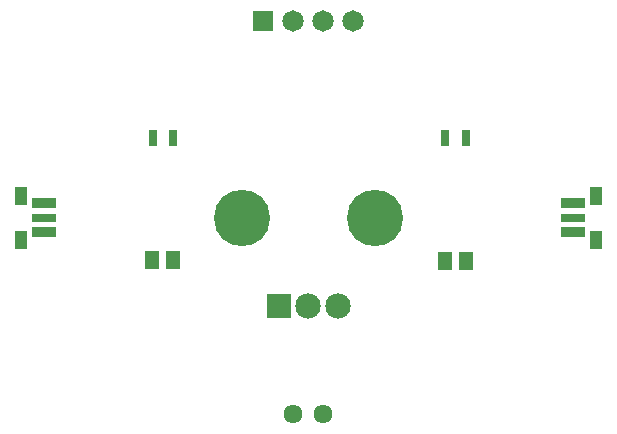
<source format=gts>
G04*
G04 #@! TF.GenerationSoftware,Altium Limited,Altium Designer,25.8.1 (18)*
G04*
G04 Layer_Color=8388736*
%FSLAX44Y44*%
%MOMM*%
G71*
G04*
G04 #@! TF.SameCoordinates,17EE5B44-E4A8-4C47-BB28-8E3532D48F90*
G04*
G04*
G04 #@! TF.FilePolarity,Negative*
G04*
G01*
G75*
%ADD16R,0.7620X1.3462*%
G04:AMPARAMS|DCode=19|XSize=1.2532mm|YSize=1.5832mm|CornerRadius=0.2329mm|HoleSize=0mm|Usage=FLASHONLY|Rotation=0.000|XOffset=0mm|YOffset=0mm|HoleType=Round|Shape=RoundedRectangle|*
%AMROUNDEDRECTD19*
21,1,1.2532,1.1175,0,0,0.0*
21,1,0.7875,1.5832,0,0,0.0*
1,1,0.4657,0.3938,-0.5587*
1,1,0.4657,-0.3938,-0.5587*
1,1,0.4657,-0.3938,0.5587*
1,1,0.4657,0.3938,0.5587*
%
%ADD19ROUNDEDRECTD19*%
%ADD20R,2.0032X0.9532*%
%ADD21R,2.0032X0.8032*%
%ADD22R,1.1032X1.5032*%
%ADD23C,1.6096*%
%ADD24C,2.1532*%
%ADD25C,1.8128*%
%ADD26R,2.1532X2.1532*%
%ADD27R,1.8128X1.8128*%
%ADD28C,4.7652*%
D16*
X124587Y260350D02*
D03*
X372237D02*
D03*
X389763D02*
D03*
X142113D02*
D03*
D19*
X389880Y156210D02*
D03*
X372120D02*
D03*
X142230Y157480D02*
D03*
X124470D02*
D03*
D20*
X480180Y205290D02*
D03*
Y180790D02*
D03*
X32900D02*
D03*
Y205290D02*
D03*
D21*
X480180Y193040D02*
D03*
X32900D02*
D03*
D22*
X13400Y174540D02*
D03*
Y211540D02*
D03*
X499680Y174540D02*
D03*
Y211540D02*
D03*
D23*
X269240Y26670D02*
D03*
X243840D02*
D03*
D24*
X256540Y118110D02*
D03*
X281540D02*
D03*
D25*
X243840Y359410D02*
D03*
X294640D02*
D03*
X269240D02*
D03*
D26*
X231540Y118110D02*
D03*
D27*
X218440Y359410D02*
D03*
D28*
X200540Y193110D02*
D03*
X312540D02*
D03*
M02*

</source>
